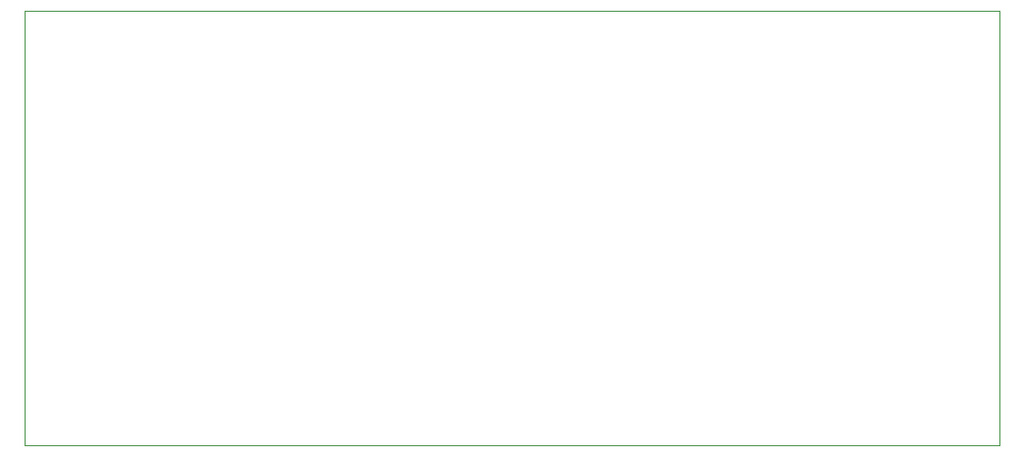
<source format=gm1>
G04 #@! TF.GenerationSoftware,KiCad,Pcbnew,8.0.1*
G04 #@! TF.CreationDate,2024-04-26T15:43:05-05:00*
G04 #@! TF.ProjectId,HCIPCB_ATSAMD21G18_template,48434950-4342-45f4-9154-53414d443231,rev?*
G04 #@! TF.SameCoordinates,Original*
G04 #@! TF.FileFunction,Profile,NP*
%FSLAX46Y46*%
G04 Gerber Fmt 4.6, Leading zero omitted, Abs format (unit mm)*
G04 Created by KiCad (PCBNEW 8.0.1) date 2024-04-26 15:43:05*
%MOMM*%
%LPD*%
G01*
G04 APERTURE LIST*
G04 #@! TA.AperFunction,Profile*
%ADD10C,0.038100*%
G04 #@! TD*
G04 APERTURE END LIST*
D10*
X90500000Y-75500000D02*
X174500000Y-75500000D01*
X174500000Y-113000000D01*
X90500000Y-113000000D01*
X90500000Y-75500000D01*
M02*

</source>
